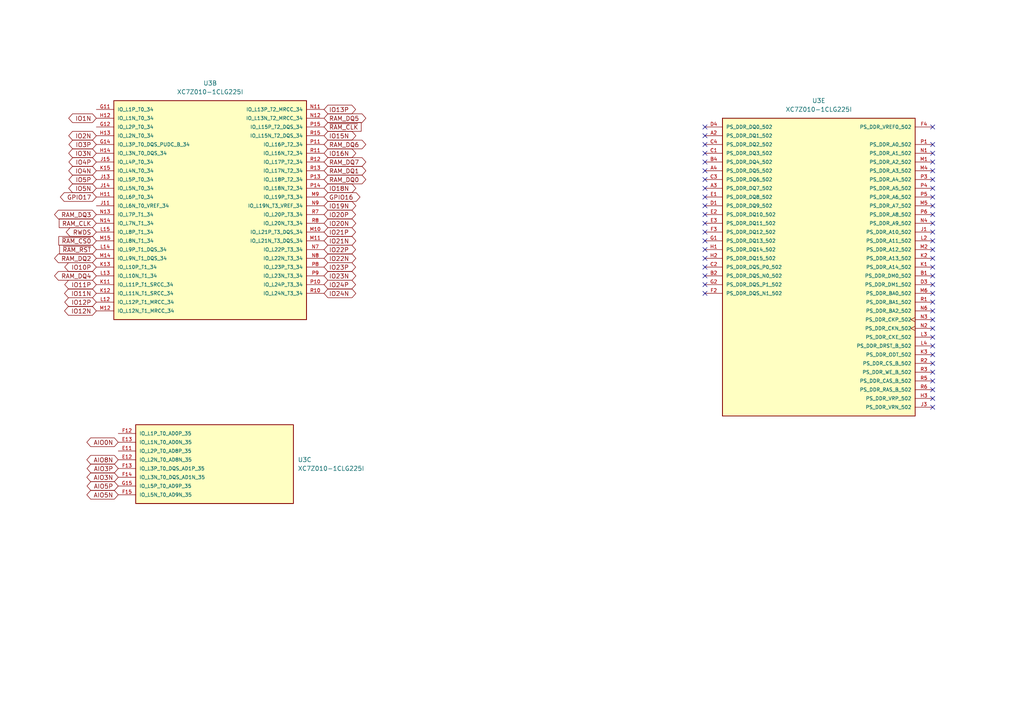
<source format=kicad_sch>
(kicad_sch (version 20231120) (generator "eeschema") (generator_version "8.0")
  (paper "A4")
  (lib_symbols
    (symbol "Personal:XC7Z010-1CLG225I" (pin_names (offset 1.016))
      (property "Reference" "U" (at -25.5456 24.8201 0))
      (property "Value" "XC7Z010-1CLG225I" (at -25.5473 -24.1252 0))
      (symbol "XC7Z010-1CLG225I_1_0"
        (rectangle (start -25.4 -20.32) (end 25.4 22.86) (stroke (width 0.254)) (fill (type background)))
        (pin bidirectional line (at 30.48 7.62 180) (length 5.08) (name "INIT_B_0") (number "D5"))
        (pin power_in line (at 30.48 20.32 180) (length 5.08) (name "VCCBATT_0") (number "E6"))
        (pin passive line (at 30.48 -10.16 180) (length 5.08) (name "RSVDGND") (number "E8"))
        (pin input line (at -30.48 -5.08 0) (length 5.08) (name "CFGBVS_0") (number "F6"))
        (pin power_in line (at 30.48 17.78 180) (length 5.08) (name "VCCADC_0") (number "F7"))
        (pin power_in line (at 30.48 -17.78 180) (length 5.08) (name "GNDADC_0") (number "F8"))
        (pin passive line (at 30.48 -2.54 180) (length 5.08) (name "RSVSVCC1") (number "G4"))
        (pin input line (at -30.48 -7.62 0) (length 5.08) (name "VP_0") (number "G7"))
        (pin power_in line (at 30.48 -15.24 180) (length 5.08) (name "VREFN_0") (number "G8"))
        (pin input clock (at -30.48 10.16 0) (length 5.08) (name "TCK_0") (number "G9"))
        (pin passive line (at 30.48 -7.62 180) (length 5.08) (name "RSVSVCC3") (number "H4"))
        (pin power_in line (at 30.48 15.24 180) (length 5.08) (name "VREFP_0") (number "H7"))
        (pin input line (at -30.48 -10.16 0) (length 5.08) (name "VN_0") (number "H8"))
        (pin passive line (at 30.48 -5.08 180) (length 5.08) (name "RSVSVCC2") (number "J4"))
        (pin output line (at 30.48 2.54 180) (length 5.08) (name "DXP_0") (number "J7"))
        (pin input line (at -30.48 -2.54 0) (length 5.08) (name "PROGRAM_B_0") (number "K6"))
        (pin input line (at -30.48 5.08 0) (length 5.08) (name "TDI_0") (number "L7"))
        (pin output line (at -30.48 2.54 0) (length 5.08) (name "TDO_0") (number "L8"))
        (pin input line (at -30.48 7.62 0) (length 5.08) (name "TMS_0") (number "L9"))
        (pin bidirectional line (at 30.48 10.16 180) (length 5.08) (name "DONE_0") (number "M7"))
      )
      (symbol "XC7Z010-1CLG225I_2_0"
        (rectangle (start -27.94 -30.48) (end 27.94 33.02) (stroke (width 0.254)) (fill (type background)))
        (pin bidirectional line (at -33.02 30.48 0) (length 5.08) (name "IO_L1P_T0_34") (number "G11"))
        (pin bidirectional line (at -33.02 25.4 0) (length 5.08) (name "IO_L2P_T0_34") (number "G12"))
        (pin bidirectional line (at -33.02 20.32 0) (length 5.08) (name "IO_L3P_T0_DQS_PUDC_B_34") (number "G14"))
        (pin bidirectional line (at -33.02 5.08 0) (length 5.08) (name "IO_L6P_T0_34") (number "H11"))
        (pin bidirectional line (at -33.02 27.94 0) (length 5.08) (name "IO_L1N_T0_34") (number "H12"))
        (pin bidirectional line (at -33.02 22.86 0) (length 5.08) (name "IO_L2N_T0_34") (number "H13"))
        (pin bidirectional line (at -33.02 17.78 0) (length 5.08) (name "IO_L3N_T0_DQS_34") (number "H14"))
        (pin bidirectional line (at -33.02 2.54 0) (length 5.08) (name "IO_L6N_T0_VREF_34") (number "J11"))
        (pin bidirectional line (at -33.02 10.16 0) (length 5.08) (name "IO_L5P_T0_34") (number "J13"))
        (pin bidirectional line (at -33.02 7.62 0) (length 5.08) (name "IO_L5N_T0_34") (number "J14"))
        (pin bidirectional line (at -33.02 15.24 0) (length 5.08) (name "IO_L4P_T0_34") (number "J15"))
        (pin bidirectional line (at -33.02 -20.32 0) (length 5.08) (name "IO_L11P_T1_SRCC_34") (number "K11"))
        (pin bidirectional line (at -33.02 -22.86 0) (length 5.08) (name "IO_L11N_T1_SRCC_34") (number "K12"))
        (pin bidirectional line (at -33.02 -15.24 0) (length 5.08) (name "IO_L10P_T1_34") (number "K13"))
        (pin bidirectional line (at -33.02 12.7 0) (length 5.08) (name "IO_L4N_T0_34") (number "K15"))
        (pin bidirectional line (at -33.02 -25.4 0) (length 5.08) (name "IO_L12P_T1_MRCC_34") (number "L12"))
        (pin bidirectional line (at -33.02 -17.78 0) (length 5.08) (name "IO_L10N_T1_34") (number "L13"))
        (pin bidirectional line (at -33.02 -10.16 0) (length 5.08) (name "IO_L9P_T1_DQS_34") (number "L14"))
        (pin bidirectional line (at -33.02 -5.08 0) (length 5.08) (name "IO_L8P_T1_34") (number "L15"))
        (pin bidirectional line (at 33.02 -5.08 180) (length 5.08) (name "IO_L21P_T3_DQS_34") (number "M10"))
        (pin bidirectional line (at 33.02 -7.62 180) (length 5.08) (name "IO_L21N_T3_DQS_34") (number "M11"))
        (pin bidirectional line (at -33.02 -27.94 0) (length 5.08) (name "IO_L12N_T1_MRCC_34") (number "M12"))
        (pin bidirectional line (at -33.02 -12.7 0) (length 5.08) (name "IO_L9N_T1_DQS_34") (number "M14"))
        (pin bidirectional line (at -33.02 -7.62 0) (length 5.08) (name "IO_L8N_T1_34") (number "M15"))
        (pin bidirectional line (at 33.02 5.08 180) (length 5.08) (name "IO_L19P_T3_34") (number "M9"))
        (pin bidirectional line (at 33.02 30.48 180) (length 5.08) (name "IO_L13P_T2_MRCC_34") (number "N11"))
        (pin bidirectional line (at 33.02 27.94 180) (length 5.08) (name "IO_L13N_T2_MRCC_34") (number "N12"))
        (pin bidirectional line (at -33.02 0 0) (length 5.08) (name "IO_L7P_T1_34") (number "N13"))
        (pin bidirectional line (at -33.02 -2.54 0) (length 5.08) (name "IO_L7N_T1_34") (number "N14"))
        (pin bidirectional line (at 33.02 -10.16 180) (length 5.08) (name "IO_L22P_T3_34") (number "N7"))
        (pin bidirectional line (at 33.02 -12.7 180) (length 5.08) (name "IO_L22N_T3_34") (number "N8"))
        (pin bidirectional line (at 33.02 2.54 180) (length 5.08) (name "IO_L19N_T3_VREF_34") (number "N9"))
        (pin bidirectional line (at 33.02 -20.32 180) (length 5.08) (name "IO_L24P_T3_34") (number "P10"))
        (pin bidirectional line (at 33.02 20.32 180) (length 5.08) (name "IO_L16P_T2_34") (number "P11"))
        (pin bidirectional line (at 33.02 10.16 180) (length 5.08) (name "IO_L18P_T2_34") (number "P13"))
        (pin bidirectional line (at 33.02 7.62 180) (length 5.08) (name "IO_L18N_T2_34") (number "P14"))
        (pin bidirectional line (at 33.02 25.4 180) (length 5.08) (name "IO_L15P_T2_DQS_34") (number "P15"))
        (pin bidirectional line (at 33.02 -15.24 180) (length 5.08) (name "IO_L23P_T3_34") (number "P8"))
        (pin bidirectional line (at 33.02 -17.78 180) (length 5.08) (name "IO_L23N_T3_34") (number "P9"))
        (pin bidirectional line (at 33.02 -22.86 180) (length 5.08) (name "IO_L24N_T3_34") (number "R10"))
        (pin bidirectional line (at 33.02 17.78 180) (length 5.08) (name "IO_L16N_T2_34") (number "R11"))
        (pin bidirectional line (at 33.02 15.24 180) (length 5.08) (name "IO_L17P_T2_34") (number "R12"))
        (pin bidirectional line (at 33.02 12.7 180) (length 5.08) (name "IO_L17N_T2_34") (number "R13"))
        (pin bidirectional line (at 33.02 22.86 180) (length 5.08) (name "IO_L15N_T2_DQS_34") (number "R15"))
        (pin bidirectional line (at 33.02 0 180) (length 5.08) (name "IO_L20P_T3_34") (number "R7"))
        (pin bidirectional line (at 33.02 -2.54 180) (length 5.08) (name "IO_L20N_T3_34") (number "R8"))
      )
      (symbol "XC7Z010-1CLG225I_3_0"
        (rectangle (start -22.86 -10.16) (end 22.86 12.7) (stroke (width 0.254)) (fill (type background)))
        (pin bidirectional line (at -27.94 5.08 0) (length 5.08) (name "IO_L2P_T0_AD8P_35") (number "E11"))
        (pin bidirectional line (at -27.94 2.54 0) (length 5.08) (name "IO_L2N_T0_AD8N_35") (number "E12"))
        (pin bidirectional line (at -27.94 7.62 0) (length 5.08) (name "IO_L1N_T0_AD0N_35") (number "E13"))
        (pin bidirectional line (at -27.94 10.16 0) (length 5.08) (name "IO_L1P_T0_AD0P_35") (number "F12"))
        (pin bidirectional line (at -27.94 0 0) (length 5.08) (name "IO_L3P_T0_DQS_AD1P_35") (number "F13"))
        (pin bidirectional line (at -27.94 -2.54 0) (length 5.08) (name "IO_L3N_T0_DQS_AD1N_35") (number "F14"))
        (pin bidirectional line (at -27.94 -7.62 0) (length 5.08) (name "IO_L5N_T0_AD9N_35") (number "F15"))
        (pin bidirectional line (at -27.94 -5.08 0) (length 5.08) (name "IO_L5P_T0_AD9P_35") (number "G15"))
      )
      (symbol "XC7Z010-1CLG225I_4_0"
        (rectangle (start -22.86 -25.4) (end 22.86 25.4) (stroke (width 0.254)) (fill (type background)))
        (pin bidirectional line (at -27.94 0 0) (length 5.08) (name "PS_MIO6_500") (number "A10"))
        (pin bidirectional line (at 27.94 -20.32 180) (length 5.08) (name "PS_MIO52_501") (number "A12"))
        (pin bidirectional line (at 27.94 -10.16 180) (length 5.08) (name "PS_MIO38_501") (number "A13"))
        (pin bidirectional line (at 27.94 -2.54 180) (length 5.08) (name "PS_MIO35_501") (number "A14"))
        (pin bidirectional line (at 27.94 15.24 180) (length 5.08) (name "PS_MIO28_501") (number "A15"))
        (pin bidirectional line (at -27.94 12.7 0) (length 5.08) (name "PS_MIO1_500") (number "A5"))
        (pin bidirectional line (at -27.94 7.62 0) (length 5.08) (name "PS_MIO3_500") (number "A7"))
        (pin bidirectional line (at -27.94 10.16 0) (length 5.08) (name "PS_MIO2_500") (number "A8"))
        (pin bidirectional line (at -27.94 2.54 0) (length 5.08) (name "PS_MIO5_500") (number "A9"))
        (pin bidirectional line (at -27.94 -12.7 0) (length 5.08) (name "PS_MIO11_500") (number "B10"))
        (pin input line (at 27.94 20.32 180) (length 5.08) (name "PS_SRST_B_501") (number "B11"))
        (pin bidirectional line (at 27.94 -15.24 180) (length 5.08) (name "PS_MIO48_501") (number "B12"))
        (pin bidirectional line (at 27.94 -5.08 180) (length 5.08) (name "PS_MIO36_501") (number "B14"))
        (pin bidirectional line (at 27.94 10.16 180) (length 5.08) (name "PS_MIO30_501") (number "B15"))
        (pin bidirectional line (at -27.94 -7.62 0) (length 5.08) (name "PS_MIO9_500") (number "B5"))
        (pin bidirectional line (at -27.94 -5.08 0) (length 5.08) (name "PS_MIO8_500") (number "B6"))
        (pin bidirectional line (at -27.94 -15.24 0) (length 5.08) (name "PS_MIO12_500") (number "B7"))
        (pin bidirectional line (at -27.94 -20.32 0) (length 5.08) (name "PS_MIO14_500") (number "B9"))
        (pin bidirectional line (at 27.94 2.54 180) (length 5.08) (name "PS_MIO33_501") (number "C11"))
        (pin bidirectional line (at 27.94 7.62 180) (length 5.08) (name "PS_MIO31_501") (number "C12"))
        (pin bidirectional line (at 27.94 -22.86 180) (length 5.08) (name "PS_MIO53_501") (number "C13"))
        (pin bidirectional line (at 27.94 -7.62 180) (length 5.08) (name "PS_MIO37_501") (number "C14"))
        (pin bidirectional line (at -27.94 -17.78 0) (length 5.08) (name "PS_MIO13_500") (number "C6"))
        (pin input clock (at -27.94 22.86 0) (length 5.08) (name "PS_CLK_500") (number "C7"))
        (pin bidirectional line (at -27.94 5.08 0) (length 5.08) (name "PS_MIO4_500") (number "C8"))
        (pin input line (at -27.94 20.32 0) (length 5.08) (name "PS_POR_B_500") (number "C9"))
        (pin bidirectional line (at -27.94 -22.86 0) (length 5.08) (name "PS_MIO15_500") (number "D10"))
        (pin bidirectional line (at 27.94 12.7 180) (length 5.08) (name "PS_MIO29_501") (number "D11"))
        (pin bidirectional line (at 27.94 -17.78 180) (length 5.08) (name "PS_MIO49_501") (number "D13"))
        (pin bidirectional line (at 27.94 -12.7 180) (length 5.08) (name "PS_MIO39_501") (number "D14"))
        (pin bidirectional line (at 27.94 0 180) (length 5.08) (name "PS_MIO34_501") (number "D15"))
        (pin bidirectional line (at -27.94 -10.16 0) (length 5.08) (name "PS_MIO10_500") (number "D6"))
        (pin bidirectional line (at -27.94 15.24 0) (length 5.08) (name "PS_MIO0_500") (number "D8"))
        (pin bidirectional line (at -27.94 -2.54 0) (length 5.08) (name "PS_MIO7_500") (number "D9"))
        (pin bidirectional line (at 27.94 5.08 180) (length 5.08) (name "PS_MIO32_501") (number "E15"))
      )
      (symbol "XC7Z010-1CLG225I_5_0"
        (rectangle (start -27.94 -43.18) (end 27.94 43.18) (stroke (width 0.254)) (fill (type background)))
        (pin bidirectional line (at -33.02 38.1 0) (length 5.08) (name "PS_DDR_DQ1_502") (number "A2"))
        (pin bidirectional line (at -33.02 22.86 0) (length 5.08) (name "PS_DDR_DQ7_502") (number "A3"))
        (pin bidirectional line (at -33.02 27.94 0) (length 5.08) (name "PS_DDR_DQ5_502") (number "A4"))
        (pin output line (at 33.02 -2.54 180) (length 5.08) (name "PS_DDR_DM0_502") (number "B1"))
        (pin bidirectional line (at -33.02 -2.54 0) (length 5.08) (name "PS_DDR_DQS_N0_502") (number "B2"))
        (pin bidirectional line (at -33.02 30.48 0) (length 5.08) (name "PS_DDR_DQ4_502") (number "B4"))
        (pin bidirectional line (at -33.02 33.02 0) (length 5.08) (name "PS_DDR_DQ3_502") (number "C1"))
        (pin bidirectional line (at -33.02 0 0) (length 5.08) (name "PS_DDR_DQS_P0_502") (number "C2"))
        (pin bidirectional line (at -33.02 25.4 0) (length 5.08) (name "PS_DDR_DQ6_502") (number "C3"))
        (pin bidirectional line (at -33.02 35.56 0) (length 5.08) (name "PS_DDR_DQ2_502") (number "C4"))
        (pin bidirectional line (at -33.02 17.78 0) (length 5.08) (name "PS_DDR_DQ9_502") (number "D1"))
        (pin output line (at 33.02 -5.08 180) (length 5.08) (name "PS_DDR_DM1_502") (number "D3"))
        (pin bidirectional line (at -33.02 40.64 0) (length 5.08) (name "PS_DDR_DQ0_502") (number "D4"))
        (pin bidirectional line (at -33.02 20.32 0) (length 5.08) (name "PS_DDR_DQ8_502") (number "E1"))
        (pin bidirectional line (at -33.02 15.24 0) (length 5.08) (name "PS_DDR_DQ10_502") (number "E2"))
        (pin bidirectional line (at -33.02 12.7 0) (length 5.08) (name "PS_DDR_DQ11_502") (number "E3"))
        (pin bidirectional line (at -33.02 -7.62 0) (length 5.08) (name "PS_DDR_DQS_N1_502") (number "F2"))
        (pin bidirectional line (at -33.02 10.16 0) (length 5.08) (name "PS_DDR_DQ12_502") (number "F3"))
        (pin power_in line (at 33.02 40.64 180) (length 5.08) (name "PS_DDR_VREF0_502") (number "F4"))
        (pin bidirectional line (at -33.02 7.62 0) (length 5.08) (name "PS_DDR_DQ13_502") (number "G1"))
        (pin bidirectional line (at -33.02 -5.08 0) (length 5.08) (name "PS_DDR_DQS_P1_502") (number "G2"))
        (pin bidirectional line (at -33.02 5.08 0) (length 5.08) (name "PS_DDR_DQ14_502") (number "H1"))
        (pin bidirectional line (at -33.02 2.54 0) (length 5.08) (name "PS_DDR_DQ15_502") (number "H2"))
        (pin output line (at 33.02 -38.1 180) (length 5.08) (name "PS_DDR_VRP_502") (number "H3"))
        (pin output line (at 33.02 10.16 180) (length 5.08) (name "PS_DDR_A10_502") (number "J1"))
        (pin output line (at 33.02 -40.64 180) (length 5.08) (name "PS_DDR_VRN_502") (number "J3"))
        (pin output line (at 33.02 0 180) (length 5.08) (name "PS_DDR_A14_502") (number "K1"))
        (pin output line (at 33.02 2.54 180) (length 5.08) (name "PS_DDR_A13_502") (number "K2"))
        (pin output line (at 33.02 -25.4 180) (length 5.08) (name "PS_DDR_ODT_502") (number "K3"))
        (pin output line (at 33.02 7.62 180) (length 5.08) (name "PS_DDR_A11_502") (number "L2"))
        (pin output line (at 33.02 -20.32 180) (length 5.08) (name "PS_DDR_CKE_502") (number "L3"))
        (pin output line (at 33.02 -22.86 180) (length 5.08) (name "PS_DDR_DRST_B_502") (number "L4"))
        (pin output line (at 33.02 30.48 180) (length 5.08) (name "PS_DDR_A2_502") (number "M1"))
        (pin output line (at 33.02 5.08 180) (length 5.08) (name "PS_DDR_A12_502") (number "M2"))
        (pin output line (at 33.02 27.94 180) (length 5.08) (name "PS_DDR_A3_502") (number "M4"))
        (pin output line (at 33.02 17.78 180) (length 5.08) (name "PS_DDR_A7_502") (number "M5"))
        (pin output line (at 33.02 -7.62 180) (length 5.08) (name "PS_DDR_BA0_502") (number "M6"))
        (pin output line (at 33.02 33.02 180) (length 5.08) (name "PS_DDR_A1_502") (number "N1"))
        (pin output clock (at 33.02 -17.78 180) (length 5.08) (name "PS_DDR_CKN_502") (number "N2"))
        (pin output clock (at 33.02 -15.24 180) (length 5.08) (name "PS_DDR_CKP_502") (number "N3"))
        (pin output line (at 33.02 12.7 180) (length 5.08) (name "PS_DDR_A9_502") (number "N4"))
        (pin output line (at 33.02 -12.7 180) (length 5.08) (name "PS_DDR_BA2_502") (number "N6"))
        (pin output line (at 33.02 35.56 180) (length 5.08) (name "PS_DDR_A0_502") (number "P1"))
        (pin output line (at 33.02 25.4 180) (length 5.08) (name "PS_DDR_A4_502") (number "P3"))
        (pin output line (at 33.02 22.86 180) (length 5.08) (name "PS_DDR_A5_502") (number "P4"))
        (pin output line (at 33.02 20.32 180) (length 5.08) (name "PS_DDR_A6_502") (number "P5"))
        (pin output line (at 33.02 15.24 180) (length 5.08) (name "PS_DDR_A8_502") (number "P6"))
        (pin output line (at 33.02 -10.16 180) (length 5.08) (name "PS_DDR_BA1_502") (number "R1"))
        (pin output line (at 33.02 -27.94 180) (length 5.08) (name "PS_DDR_CS_B_502") (number "R2"))
        (pin output line (at 33.02 -30.48 180) (length 5.08) (name "PS_DDR_WE_B_502") (number "R3"))
        (pin output line (at 33.02 -33.02 180) (length 5.08) (name "PS_DDR_CAS_B_502") (number "R5"))
        (pin output line (at 33.02 -35.56 180) (length 5.08) (name "PS_DDR_RAS_B_502") (number "R6"))
      )
      (symbol "XC7Z010-1CLG225I_6_0"
        (rectangle (start -17.78 -17.78) (end 17.78 17.78) (stroke (width 0.254)) (fill (type background)))
        (pin power_in line (at 22.86 -15.24 180) (length 5.08) (name "GND") (number "A1"))
        (pin power_in line (at 22.86 -15.24 180) (length 5.08) (name "GND") (number "A11"))
        (pin power_in line (at 22.86 -5.08 180) (length 5.08) (name "VCCO_MIO0_500") (number "A6"))
        (pin power_in line (at 22.86 -7.62 180) (length 5.08) (name "VCCO_MIO1_501") (number "B13"))
        (pin power_in line (at 22.86 -10.16 180) (length 5.08) (name "VCCO_DDR_502") (number "B3"))
        (pin power_in line (at 22.86 -15.24 180) (length 5.08) (name "GND") (number "B8"))
        (pin power_in line (at 22.86 -7.62 180) (length 5.08) (name "VCCO_MIO1_501") (number "C10"))
        (pin power_in line (at 22.86 -15.24 180) (length 5.08) (name "GND") (number "C15"))
        (pin power_in line (at 22.86 -15.24 180) (length 5.08) (name "GND") (number "C5"))
        (pin power_in line (at 22.86 -15.24 180) (length 5.08) (name "GND") (number "D12"))
        (pin power_in line (at 22.86 -15.24 180) (length 5.08) (name "GND") (number "D2"))
        (pin power_in line (at 22.86 -5.08 180) (length 5.08) (name "VCCO_MIO0_500") (number "D7"))
        (pin power_in line (at 22.86 15.24 180) (length 5.08) (name "VCCINT") (number "E10"))
        (pin power_in line (at 22.86 -7.62 180) (length 5.08) (name "VCCO_MIO1_501") (number "E14"))
        (pin power_in line (at 22.86 -10.16 180) (length 5.08) (name "VCCO_DDR_502") (number "E4"))
        (pin power_in line (at 22.86 -15.24 180) (length 5.08) (name "GND") (number "E5"))
        (pin power_in line (at 22.86 -15.24 180) (length 5.08) (name "GND") (number "E7"))
        (pin power_in line (at 22.86 -15.24 180) (length 5.08) (name "GND") (number "E9"))
        (pin power_in line (at 22.86 -10.16 180) (length 5.08) (name "VCCO_DDR_502") (number "F1"))
        (pin power_in line (at 22.86 -15.24 180) (length 5.08) (name "GND") (number "F10"))
        (pin power_in line (at 22.86 -2.54 180) (length 5.08) (name "VCCO_35") (number "F11"))
        (pin power_in line (at 22.86 5.08 180) (length 5.08) (name "VCCPLL") (number "F5"))
        (pin power_in line (at 22.86 15.24 180) (length 5.08) (name "VCCINT") (number "F9"))
        (pin power_in line (at 22.86 15.24 180) (length 5.08) (name "VCCINT") (number "G10"))
        (pin power_in line (at 22.86 -15.24 180) (length 5.08) (name "GND") (number "G13"))
        (pin power_in line (at 22.86 -15.24 180) (length 5.08) (name "GND") (number "G3"))
        (pin power_in line (at 22.86 -15.24 180) (length 5.08) (name "GND") (number "G5"))
        (pin power_in line (at 22.86 12.7 180) (length 5.08) (name "VCCPINT") (number "G6"))
        (pin power_in line (at 22.86 -15.24 180) (length 5.08) (name "GND") (number "H10"))
        (pin power_in line (at 22.86 -2.54 180) (length 5.08) (name "VCCO_35") (number "H15"))
        (pin power_in line (at 22.86 12.7 180) (length 5.08) (name "VCCPINT") (number "H5"))
        (pin power_in line (at 22.86 -15.24 180) (length 5.08) (name "GND") (number "H6"))
        (pin power_in line (at 22.86 10.16 180) (length 5.08) (name "VCCAUX") (number "H9"))
        (pin power_in line (at 22.86 15.24 180) (length 5.08) (name "VCCINT") (number "J10"))
        (pin power_in line (at 22.86 0 180) (length 5.08) (name "VCCO_34") (number "J12"))
        (pin power_in line (at 22.86 -10.16 180) (length 5.08) (name "VCCO_DDR_502") (number "J2"))
        (pin power_in line (at 22.86 -15.24 180) (length 5.08) (name "GND") (number "J5"))
        (pin power_in line (at 22.86 7.62 180) (length 5.08) (name "VCCPAUX") (number "J6"))
        (pin power_in line (at 22.86 10.16 180) (length 5.08) (name "VCCAUX") (number "J8"))
        (pin power_in line (at 22.86 -15.24 180) (length 5.08) (name "GND") (number "J9"))
        (pin power_in line (at 22.86 -15.24 180) (length 5.08) (name "GND") (number "K10"))
        (pin power_in line (at 22.86 -15.24 180) (length 5.08) (name "GND") (number "K14"))
        (pin power_in line (at 22.86 -15.24 180) (length 5.08) (name "GND") (number "K4"))
        (pin power_in line (at 22.86 12.7 180) (length 5.08) (name "VCCPINT") (number "K5"))
        (pin power_in line (at 22.86 -15.24 180) (length 5.08) (name "GND") (number "K7"))
        (pin power_in line (at 22.86 2.54 180) (length 5.08) (name "VCCO_0") (number "K8"))
        (pin power_in line (at 22.86 10.16 180) (length 5.08) (name "VCCAUX") (number "K9"))
        (pin power_in line (at 22.86 -15.24 180) (length 5.08) (name "GND") (number "L1"))
        (pin power_in line (at 22.86 15.24 180) (length 5.08) (name "VCCINT") (number "L10"))
        (pin power_in line (at 22.86 -15.24 180) (length 5.08) (name "GND") (number "L11"))
        (pin power_in line (at 22.86 -15.24 180) (length 5.08) (name "GND") (number "L5"))
        (pin power_in line (at 22.86 7.62 180) (length 5.08) (name "VCCPAUX") (number "L6"))
        (pin power_in line (at 22.86 0 180) (length 5.08) (name "VCCO_34") (number "M13"))
        (pin power_in line (at 22.86 -10.16 180) (length 5.08) (name "VCCO_DDR_502") (number "M3"))
        (pin power_in line (at 22.86 -15.24 180) (length 5.08) (name "GND") (number "M8"))
        (pin power_in line (at 22.86 0 180) (length 5.08) (name "VCCO_34") (number "N10"))
        (pin power_in line (at 22.86 -15.24 180) (length 5.08) (name "GND") (number "N15"))
        (pin power_in line (at 22.86 -15.24 180) (length 5.08) (name "GND") (number "N5"))
        (pin power_in line (at 22.86 -15.24 180) (length 5.08) (name "GND") (number "P12"))
        (pin power_in line (at 22.86 -15.24 180) (length 5.08) (name "GND") (number "P2"))
        (pin power_in line (at 22.86 0 180) (length 5.08) (name "VCCO_34") (number "P7"))
        (pin power_in line (at 22.86 0 180) (length 5.08) (name "VCCO_34") (number "R14"))
        (pin power_in line (at 22.86 -10.16 180) (length 5.08) (name "VCCO_DDR_502") (number "R4"))
        (pin power_in line (at 22.86 -15.24 180) (length 5.08) (name "GND") (number "R9"))
      )
    )
  )
  (no_connect (at 270.51 41.91))
  (no_connect (at 270.51 90.17))
  (no_connect (at 270.51 107.95))
  (no_connect (at 204.47 54.61))
  (no_connect (at 270.51 57.15))
  (no_connect (at 204.47 62.23))
  (no_connect (at 270.51 52.07))
  (no_connect (at 204.47 52.07))
  (no_connect (at 270.51 77.47))
  (no_connect (at 270.51 49.53))
  (no_connect (at 270.51 113.03))
  (no_connect (at 270.51 62.23))
  (no_connect (at 204.47 77.47))
  (no_connect (at 204.47 74.93))
  (no_connect (at 204.47 39.37))
  (no_connect (at 204.47 41.91))
  (no_connect (at 270.51 102.87))
  (no_connect (at 270.51 92.71))
  (no_connect (at 270.51 46.99))
  (no_connect (at 270.51 82.55))
  (no_connect (at 270.51 118.11))
  (no_connect (at 204.47 57.15))
  (no_connect (at 204.47 46.99))
  (no_connect (at 204.47 64.77))
  (no_connect (at 204.47 36.83))
  (no_connect (at 270.51 64.77))
  (no_connect (at 270.51 72.39))
  (no_connect (at 270.51 110.49))
  (no_connect (at 204.47 44.45))
  (no_connect (at 270.51 115.57))
  (no_connect (at 204.47 59.69))
  (no_connect (at 270.51 80.01))
  (no_connect (at 270.51 87.63))
  (no_connect (at 270.51 69.85))
  (no_connect (at 204.47 49.53))
  (no_connect (at 270.51 54.61))
  (no_connect (at 204.47 69.85))
  (no_connect (at 204.47 72.39))
  (no_connect (at 270.51 44.45))
  (no_connect (at 270.51 95.25))
  (no_connect (at 270.51 100.33))
  (no_connect (at 204.47 82.55))
  (no_connect (at 204.47 80.01))
  (no_connect (at 270.51 85.09))
  (no_connect (at 270.51 74.93))
  (no_connect (at 270.51 97.79))
  (no_connect (at 204.47 85.09))
  (no_connect (at 270.51 67.31))
  (no_connect (at 270.51 105.41))
  (no_connect (at 204.47 67.31))
  (no_connect (at 270.51 36.83))
  (no_connect (at 270.51 59.69))
  (global_label "RAM_DQ0" (shape bidirectional) (at 93.98 52.07 0) (property "Intersheetrefs" "${INTERSHEET_REFS}" (effects (hide yes))))
  (global_label "IO23P" (shape bidirectional) (at 93.98 77.47 0) (property "Intersheetrefs" "${INTERSHEET_REFS}" (effects (hide yes))))
  (global_label "IO20N" (shape bidirectional) (at 93.98 64.77 0) (property "Intersheetrefs" "${INTERSHEET_REFS}" (effects (hide yes))))
  (global_label "RAM_DQ5" (shape bidirectional) (at 93.98 34.29 0) (property "Intersheetrefs" "${INTERSHEET_REFS}" (effects (hide yes))))
  (global_label "RAM_DQ3" (shape bidirectional) (at 27.94 62.23 180) (property "Intersheetrefs" "${INTERSHEET_REFS}" (effects (hide yes))))
  (global_label "RAM_DQ1" (shape bidirectional) (at 93.98 49.53 0) (property "Intersheetrefs" "${INTERSHEET_REFS}" (effects (hide yes))))
  (global_label "RAM_CLK" (shape input) (at 27.94 64.77 180) (property "Intersheetrefs" "${INTERSHEET_REFS}" (effects (hide yes))))
  (global_label "IO22P" (shape bidirectional) (at 93.98 72.39 0) (property "Intersheetrefs" "${INTERSHEET_REFS}" (effects (hide yes))))
  (global_label "RAM_DQ2" (shape bidirectional) (at 27.94 74.93 180) (property "Intersheetrefs" "${INTERSHEET_REFS}" (effects (hide yes))))
  (global_label "IO3P" (shape bidirectional) (at 27.94 41.91 180) (property "Intersheetrefs" "${INTERSHEET_REFS}" (effects (hide yes))))
  (global_label "IO18N" (shape bidirectional) (at 93.98 54.61 0) (property "Intersheetrefs" "${INTERSHEET_REFS}" (effects (hide yes))))
  (global_label "AIO5N" (shape bidirectional) (at 34.29 143.51 180) (property "Intersheetrefs" "${INTERSHEET_REFS}" (effects (hide yes))))
  (global_label "AIO8N" (shape bidirectional) (at 34.29 133.35 180) (property "Intersheetrefs" "${INTERSHEET_REFS}" (effects (hide yes))))
  (global_label "GPIO16" (shape bidirectional) (at 93.98 57.15 0) (property "Intersheetrefs" "${INTERSHEET_REFS}" (effects (hide yes))))
  (global_label "RAM_DQ6" (shape bidirectional) (at 93.98 41.91 0) (property "Intersheetrefs" "${INTERSHEET_REFS}" (effects (hide yes))))
  (global_label "RWDS" (shape bidirectional) (at 27.94 67.31 180) (property "Intersheetrefs" "${INTERSHEET_REFS}" (effects (hide yes))))
  (global_label "GPIO17" (shape bidirectional) (at 27.94 57.15 180) (property "Intersheetrefs" "${INTERSHEET_REFS}" (effects (hide yes))))
  (global_label "IO24N" (shape bidirectional) (at 93.98 85.09 0) (property "Intersheetrefs" "${INTERSHEET_REFS}" (effects (hide yes))))
  (global_label "IO11P" (shape bidirectional) (at 27.94 82.55 180) (property "Intersheetrefs" "${INTERSHEET_REFS}" (effects (hide yes))))
  (global_label "IO21N" (shape bidirectional) (at 93.98 69.85 0) (property "Intersheetrefs" "${INTERSHEET_REFS}" (effects (hide yes))))
  (global_label "AIO0N" (shape bidirectional) (at 34.29 128.27 180) (property "Intersheetrefs" "${INTERSHEET_REFS}" (effects (hide yes))))
  (global_label "IO3N" (shape bidirectional) (at 27.94 44.45 180) (property "Intersheetrefs" "${INTERSHEET_REFS}" (effects (hide yes))))
  (global_label "IO23N" (shape bidirectional) (at 93.98 80.01 0) (property "Intersheetrefs" "${INTERSHEET_REFS}" (effects (hide yes))))
  (global_label "IO5N" (shape bidirectional) (at 27.94 54.61 180) (property "Intersheetrefs" "${INTERSHEET_REFS}" (effects (hide yes))))
  (global_label "IO15N" (shape bidirectional) (at 93.98 39.37 0) (property "Intersheetrefs" "${INTERSHEET_REFS}" (effects (hide yes))))
  (global_label "AIO3P" (shape bidirectional) (at 34.29 135.89 180) (property "Intersheetrefs" "${INTERSHEET_REFS}" (effects (hide yes))))
  (global_label "IO10P" (shape bidirectional) (at 27.94 77.47 180) (property "Intersheetrefs" "${INTERSHEET_REFS}" (effects (hide yes))))
  (global_label "AIO3N" (shape bidirectional) (at 34.29 138.43 180) (property "Intersheetrefs" "${INTERSHEET_REFS}" (effects (hide yes))))
  (global_label "IO19N" (shape bidirectional) (at 93.98 59.69 0) (property "Intersheetrefs" "${INTERSHEET_REFS}" (effects (hide yes))))
  (global_label "IO4P" (shape bidirectional) (at 27.94 46.99 180) (property "Intersheetrefs" "${INTERSHEET_REFS}" (effects (hide yes))))
  (global_label "IO11N" (shape bidirectional) (at 27.94 85.09 180) (property "Intersheetrefs" "${INTERSHEET_REFS}" (effects (hide yes))))
  (global_label "IO20P" (shape bidirectional) (at 93.98 62.23 0) (property "Intersheetrefs" "${INTERSHEET_REFS}" (effects (hide yes))))
  (global_label "~{RAM_RST}" (shape input) (at 27.94 72.39 180) (property "Intersheetrefs" "${INTERSHEET_REFS}" (effects (hide yes))))
  (global_label "IO1N" (shape bidirectional) (at 27.94 34.29 180) (property "Intersheetrefs" "${INTERSHEET_REFS}" (effects (hide yes))))
  (global_label "IO4N" (shape bidirectional) (at 27.94 49.53 180) (property "Intersheetrefs" "${INTERSHEET_REFS}" (effects (hide yes))))
  (global_label "IO5P" (shape bidirectional) (at 27.94 52.07 180) (property "Intersheetrefs" "${INTERSHEET_REFS}" (effects (hide yes))))
  (global_label "IO24P" (shape bidirectional) (at 93.98 82.55 0) (property "Intersheetrefs" "${INTERSHEET_REFS}" (effects (hide yes))))
  (global_label "AIO5P" (shape bidirectional) (at 34.29 140.97 180) (property "Intersheetrefs" "${INTERSHEET_REFS}" (effects (hide yes))))
  (global_label "~{RAM_CLK}" (shape input) (at 93.98 36.83 0) (property "Intersheetrefs" "${INTERSHEET_REFS}" (effects (hide yes))))
  (global_label "IO13P" (shape bidirectional) (at 93.98 31.75 0) (property "Intersheetrefs" "${INTERSHEET_REFS}" (effects (hide yes))))
  (global_label "IO12N" (shape bidirectional) (at 27.94 90.17 180) (property "Intersheetrefs" "${INTERSHEET_REFS}" (effects (hide yes))))
  (global_label "RAM_DQ4" (shape bidirectional) (at 27.94 80.01 180) (property "Intersheetrefs" "${INTERSHEET_REFS}" (effects (hide yes))))
  (global_label "IO16N" (shape bidirectional) (at 93.98 44.45 0) (property "Intersheetrefs" "${INTERSHEET_REFS}" (effects (hide yes))))
  (global_label "IO2N" (shape bidirectional) (at 27.94 39.37 180) (property "Intersheetrefs" "${INTERSHEET_REFS}" (effects (hide yes))))
  (global_label "IO22N" (shape bidirectional) (at 93.98 74.93 0) (property "Intersheetrefs" "${INTERSHEET_REFS}" (effects (hide yes))))
  (global_label "IO12P" (shape bidirectional) (at 27.94 87.63 180) (property "Intersheetrefs" "${INTERSHEET_REFS}" (effects (hide yes))))
  (global_label "IO21P" (shape bidirectional) (at 93.98 67.31 0) (property "Intersheetrefs" "${INTERSHEET_REFS}" (effects (hide yes))))
  (global_label "~{RAM_CS0}" (shape input) (at 27.94 69.85 180) (property "Intersheetrefs" "${INTERSHEET_REFS}" (effects (hide yes))))
  (global_label "RAM_DQ7" (shape bidirectional) (at 93.98 46.99 0) (property "Intersheetrefs" "${INTERSHEET_REFS}" (effects (hide yes))))
  (symbol (lib_id "Personal:XC7Z010-1CLG225I") (at 60.96 62.23 0) (unit 2)
    (property "Reference" "U3" (at 60.96 24.13 0))
    (property "Value" "XC7Z010-1CLG225I" (at 60.96 26.67 0))
    (property "Footprint" "Sync_VT extras:225-LFBGA" (effects (hide yes)))
    (property "MF" "Xilinx Inc." (effects (hide yes)))
    (property "SNAPEDA_PACKAGE_ID" "16134" (effects (hide yes)))
    (property "PACKAGE" "CSPBGA-225 Xilinx" (effects (hide yes)))
    (property "MPN" "XC7Z010-1CLG225I" (effects (hide yes)))
    (property "PRICE" "61.07 USD" (effects (hide yes)))
    (property "Package" "CSPBGA-225 Xilinx" (effects (hide yes)))
    (property "Check_prices" "https://www.snapeda.com/parts/XC7Z010-1CLG225I/Xilinx+Inc./view-part/?ref=eda" (effects (hide yes)))
    (property "STANDARD" "IPC-7351B" (effects (hide yes)))
    (property "PARREV" "1.8" (effects (hide yes)))
    (property "SnapEDA_Link" "https://www.snapeda.com/parts/XC7Z010-1CLG225I/Xilinx+Inc./view-part/?ref=snap" (effects (hide yes)))
    (property "MP" "XC7Z010-1CLG225I" (effects (hide yes)))
    (property "Price" "None" (effects (hide yes)))
    (property "Description_1" "\n                        \n                            Dual ARM® Cortex®-A9 MPCore™ with CoreSight™ System On Chip (SOC) IC Zynq®-7000 Artix™-7 FPGA, 28K Logic Cells   667MHz 225-CSPBGA (13x13)\n                        \n" (effects (hide yes)))
    (property "Availability" "In Stock" (effects (hide yes)))
    (property "AVAILABILITY" "Bad" (effects (hide yes)))
    (property "MANUFACTURER" "Xilinx" (effects (hide yes)))
  )
  (symbol (lib_id "Personal:XC7Z010-1CLG225I") (at 62.23 135.89 0) (unit 3)
    (property "Reference" "U3" (at 86.36 133.3499 0) (effects (justify left)))
    (property "Value" "XC7Z010-1CLG225I" (at 86.36 135.8899 0) (effects (justify left)))
    (property "Footprint" "Sync_VT extras:225-LFBGA" (effects (hide yes)))
    (property "MF" "Xilinx Inc." (effects (hide yes)))
    (property "SNAPEDA_PACKAGE_ID" "16134" (effects (hide yes)))
    (property "PACKAGE" "CSPBGA-225 Xilinx" (effects (hide yes)))
    (property "MPN" "XC7Z010-1CLG225I" (effects (hide yes)))
    (property "PRICE" "61.07 USD" (effects (hide yes)))
    (property "Package" "CSPBGA-225 Xilinx" (effects (hide yes)))
    (property "Check_prices" "https://www.snapeda.com/parts/XC7Z010-1CLG225I/Xilinx+Inc./view-part/?ref=eda" (effects (hide yes)))
    (property "STANDARD" "IPC-7351B" (effects (hide yes)))
    (property "PARREV" "1.8" (effects (hide yes)))
    (property "SnapEDA_Link" "https://www.snapeda.com/parts/XC7Z010-1CLG225I/Xilinx+Inc./view-part/?ref=snap" (effects (hide yes)))
    (property "MP" "XC7Z010-1CLG225I" (effects (hide yes)))
    (property "Price" "None" (effects (hide yes)))
    (property "Description_1" "\n                        \n                            Dual ARM® Cortex®-A9 MPCore™ with CoreSight™ System On Chip (SOC) IC Zynq®-7000 Artix™-7 FPGA, 28K Logic Cells   667MHz 225-CSPBGA (13x13)\n                        \n" (effects (hide yes)))
    (property "Availability" "In Stock" (effects (hide yes)))
    (property "AVAILABILITY" "Bad" (effects (hide yes)))
    (property "MANUFACTURER" "Xilinx" (effects (hide yes)))
  )
  (symbol (lib_id "Personal:XC7Z010-1CLG225I") (at 237.49 77.47 0) (unit 5)
    (property "Reference" "U3" (at 237.49 29.21 0))
    (property "Value" "XC7Z010-1CLG225I" (at 237.49 31.75 0))
    (property "Footprint" "Sync_VT extras:225-LFBGA" (effects (hide yes)))
    (property "MF" "Xilinx Inc." (effects (hide yes)))
    (property "SNAPEDA_PACKAGE_ID" "16134" (effects (hide yes)))
    (property "PACKAGE" "CSPBGA-225 Xilinx" (effects (hide yes)))
    (property "MPN" "XC7Z010-1CLG225I" (effects (hide yes)))
    (property "PRICE" "61.07 USD" (effects (hide yes)))
    (property "Package" "CSPBGA-225 Xilinx" (effects (hide yes)))
    (property "Check_prices" "https://www.snapeda.com/parts/XC7Z010-1CLG225I/Xilinx+Inc./view-part/?ref=eda" (effects (hide yes)))
    (property "STANDARD" "IPC-7351B" (effects (hide yes)))
    (property "PARREV" "1.8" (effects (hide yes)))
    (property "SnapEDA_Link" "https://www.snapeda.com/parts/XC7Z010-1CLG225I/Xilinx+Inc./view-part/?ref=snap" (effects (hide yes)))
    (property "MP" "XC7Z010-1CLG225I" (effects (hide yes)))
    (property "Price" "None" (effects (hide yes)))
    (property "Description_1" "\n                        \n                            Dual ARM® Cortex®-A9 MPCore™ with CoreSight™ System On Chip (SOC) IC Zynq®-7000 Artix™-7 FPGA, 28K Logic Cells   667MHz 225-CSPBGA (13x13)\n                        \n" (effects (hide yes)))
    (property "Availability" "In Stock" (effects (hide yes)))
    (property "AVAILABILITY" "Bad" (effects (hide yes)))
    (property "MANUFACTURER" "Xilinx" (effects (hide yes)))
  )
)
</source>
